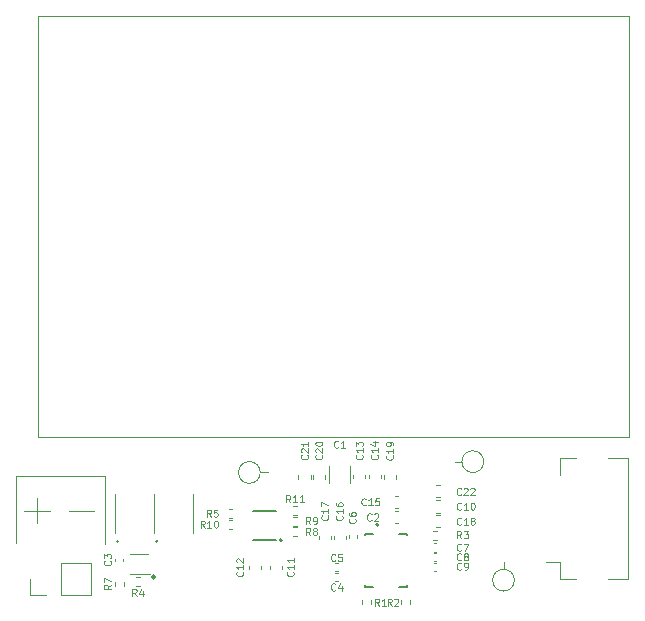
<source format=gbr>
%TF.GenerationSoftware,KiCad,Pcbnew,(5.99.0-12889-g70df3822b5)*%
%TF.CreationDate,2021-11-12T23:00:53+08:00*%
%TF.ProjectId,WirelessPower,57697265-6c65-4737-9350-6f7765722e6b,rev?*%
%TF.SameCoordinates,Original*%
%TF.FileFunction,Legend,Top*%
%TF.FilePolarity,Positive*%
%FSLAX46Y46*%
G04 Gerber Fmt 4.6, Leading zero omitted, Abs format (unit mm)*
G04 Created by KiCad (PCBNEW (5.99.0-12889-g70df3822b5)) date 2021-11-12 23:00:53*
%MOMM*%
%LPD*%
G01*
G04 APERTURE LIST*
%ADD10C,0.120000*%
%ADD11C,0.150000*%
%ADD12C,0.100000*%
%ADD13C,0.127000*%
%ADD14C,0.200000*%
G04 APERTURE END LIST*
D10*
X184610000Y-73390000D02*
X184610000Y-109080000D01*
X134610000Y-109080000D02*
X184610000Y-109080000D01*
X132740000Y-112320000D02*
X140240000Y-112320000D01*
X140240000Y-112320000D02*
X140240000Y-118110000D01*
X134510000Y-116370000D02*
X134510000Y-114210000D01*
X137210000Y-115290000D02*
X139370000Y-115290000D01*
X133440000Y-115290000D02*
X135600000Y-115290000D01*
X134610000Y-73390000D02*
X184610000Y-73390000D01*
X134610000Y-73390000D02*
X134610000Y-109080000D01*
X132740000Y-112320000D02*
X132740000Y-118020000D01*
D11*
X144555529Y-120920000D02*
G75*
G03*
X144555529Y-120920000I-165529J0D01*
G01*
D12*
%TO.C,C3*%
X140734285Y-119540000D02*
X140762857Y-119568571D01*
X140791428Y-119654285D01*
X140791428Y-119711428D01*
X140762857Y-119797142D01*
X140705714Y-119854285D01*
X140648571Y-119882857D01*
X140534285Y-119911428D01*
X140448571Y-119911428D01*
X140334285Y-119882857D01*
X140277142Y-119854285D01*
X140220000Y-119797142D01*
X140191428Y-119711428D01*
X140191428Y-119654285D01*
X140220000Y-119568571D01*
X140248571Y-119540000D01*
X140191428Y-119340000D02*
X140191428Y-118968571D01*
X140420000Y-119168571D01*
X140420000Y-119082857D01*
X140448571Y-119025714D01*
X140477142Y-118997142D01*
X140534285Y-118968571D01*
X140677142Y-118968571D01*
X140734285Y-118997142D01*
X140762857Y-119025714D01*
X140791428Y-119082857D01*
X140791428Y-119254285D01*
X140762857Y-119311428D01*
X140734285Y-119340000D01*
%TO.C,R4*%
X142940000Y-122511428D02*
X142740000Y-122225714D01*
X142597142Y-122511428D02*
X142597142Y-121911428D01*
X142825714Y-121911428D01*
X142882857Y-121940000D01*
X142911428Y-121968571D01*
X142940000Y-122025714D01*
X142940000Y-122111428D01*
X142911428Y-122168571D01*
X142882857Y-122197142D01*
X142825714Y-122225714D01*
X142597142Y-122225714D01*
X143454285Y-122111428D02*
X143454285Y-122511428D01*
X143311428Y-121882857D02*
X143168571Y-122311428D01*
X143540000Y-122311428D01*
%TO.C,R7*%
X140791428Y-121570000D02*
X140505714Y-121770000D01*
X140791428Y-121912857D02*
X140191428Y-121912857D01*
X140191428Y-121684285D01*
X140220000Y-121627142D01*
X140248571Y-121598571D01*
X140305714Y-121570000D01*
X140391428Y-121570000D01*
X140448571Y-121598571D01*
X140477142Y-121627142D01*
X140505714Y-121684285D01*
X140505714Y-121912857D01*
X140191428Y-121370000D02*
X140191428Y-120970000D01*
X140791428Y-121227142D01*
%TO.C,C1*%
X160020000Y-109904285D02*
X159991428Y-109932857D01*
X159905714Y-109961428D01*
X159848571Y-109961428D01*
X159762857Y-109932857D01*
X159705714Y-109875714D01*
X159677142Y-109818571D01*
X159648571Y-109704285D01*
X159648571Y-109618571D01*
X159677142Y-109504285D01*
X159705714Y-109447142D01*
X159762857Y-109390000D01*
X159848571Y-109361428D01*
X159905714Y-109361428D01*
X159991428Y-109390000D01*
X160020000Y-109418571D01*
X160591428Y-109961428D02*
X160248571Y-109961428D01*
X160420000Y-109961428D02*
X160420000Y-109361428D01*
X160362857Y-109447142D01*
X160305714Y-109504285D01*
X160248571Y-109532857D01*
%TO.C,C2*%
X162835000Y-116074285D02*
X162806428Y-116102857D01*
X162720714Y-116131428D01*
X162663571Y-116131428D01*
X162577857Y-116102857D01*
X162520714Y-116045714D01*
X162492142Y-115988571D01*
X162463571Y-115874285D01*
X162463571Y-115788571D01*
X162492142Y-115674285D01*
X162520714Y-115617142D01*
X162577857Y-115560000D01*
X162663571Y-115531428D01*
X162720714Y-115531428D01*
X162806428Y-115560000D01*
X162835000Y-115588571D01*
X163063571Y-115588571D02*
X163092142Y-115560000D01*
X163149285Y-115531428D01*
X163292142Y-115531428D01*
X163349285Y-115560000D01*
X163377857Y-115588571D01*
X163406428Y-115645714D01*
X163406428Y-115702857D01*
X163377857Y-115788571D01*
X163035000Y-116131428D01*
X163406428Y-116131428D01*
%TO.C,C4*%
X159780000Y-121994285D02*
X159751428Y-122022857D01*
X159665714Y-122051428D01*
X159608571Y-122051428D01*
X159522857Y-122022857D01*
X159465714Y-121965714D01*
X159437142Y-121908571D01*
X159408571Y-121794285D01*
X159408571Y-121708571D01*
X159437142Y-121594285D01*
X159465714Y-121537142D01*
X159522857Y-121480000D01*
X159608571Y-121451428D01*
X159665714Y-121451428D01*
X159751428Y-121480000D01*
X159780000Y-121508571D01*
X160294285Y-121651428D02*
X160294285Y-122051428D01*
X160151428Y-121422857D02*
X160008571Y-121851428D01*
X160380000Y-121851428D01*
%TO.C,C5*%
X159780000Y-119504285D02*
X159751428Y-119532857D01*
X159665714Y-119561428D01*
X159608571Y-119561428D01*
X159522857Y-119532857D01*
X159465714Y-119475714D01*
X159437142Y-119418571D01*
X159408571Y-119304285D01*
X159408571Y-119218571D01*
X159437142Y-119104285D01*
X159465714Y-119047142D01*
X159522857Y-118990000D01*
X159608571Y-118961428D01*
X159665714Y-118961428D01*
X159751428Y-118990000D01*
X159780000Y-119018571D01*
X160322857Y-118961428D02*
X160037142Y-118961428D01*
X160008571Y-119247142D01*
X160037142Y-119218571D01*
X160094285Y-119190000D01*
X160237142Y-119190000D01*
X160294285Y-119218571D01*
X160322857Y-119247142D01*
X160351428Y-119304285D01*
X160351428Y-119447142D01*
X160322857Y-119504285D01*
X160294285Y-119532857D01*
X160237142Y-119561428D01*
X160094285Y-119561428D01*
X160037142Y-119532857D01*
X160008571Y-119504285D01*
%TO.C,C6*%
X161449285Y-115965000D02*
X161477857Y-115993571D01*
X161506428Y-116079285D01*
X161506428Y-116136428D01*
X161477857Y-116222142D01*
X161420714Y-116279285D01*
X161363571Y-116307857D01*
X161249285Y-116336428D01*
X161163571Y-116336428D01*
X161049285Y-116307857D01*
X160992142Y-116279285D01*
X160935000Y-116222142D01*
X160906428Y-116136428D01*
X160906428Y-116079285D01*
X160935000Y-115993571D01*
X160963571Y-115965000D01*
X160906428Y-115450714D02*
X160906428Y-115565000D01*
X160935000Y-115622142D01*
X160963571Y-115650714D01*
X161049285Y-115707857D01*
X161163571Y-115736428D01*
X161392142Y-115736428D01*
X161449285Y-115707857D01*
X161477857Y-115679285D01*
X161506428Y-115622142D01*
X161506428Y-115507857D01*
X161477857Y-115450714D01*
X161449285Y-115422142D01*
X161392142Y-115393571D01*
X161249285Y-115393571D01*
X161192142Y-115422142D01*
X161163571Y-115450714D01*
X161135000Y-115507857D01*
X161135000Y-115622142D01*
X161163571Y-115679285D01*
X161192142Y-115707857D01*
X161249285Y-115736428D01*
%TO.C,C7*%
X170424286Y-118624285D02*
X170395714Y-118652857D01*
X170310000Y-118681428D01*
X170252857Y-118681428D01*
X170167143Y-118652857D01*
X170110000Y-118595714D01*
X170081428Y-118538571D01*
X170052857Y-118424285D01*
X170052857Y-118338571D01*
X170081428Y-118224285D01*
X170110000Y-118167142D01*
X170167143Y-118110000D01*
X170252857Y-118081428D01*
X170310000Y-118081428D01*
X170395714Y-118110000D01*
X170424286Y-118138571D01*
X170624286Y-118081428D02*
X171024286Y-118081428D01*
X170767143Y-118681428D01*
%TO.C,C8*%
X170424286Y-119434285D02*
X170395714Y-119462857D01*
X170310000Y-119491428D01*
X170252857Y-119491428D01*
X170167143Y-119462857D01*
X170110000Y-119405714D01*
X170081428Y-119348571D01*
X170052857Y-119234285D01*
X170052857Y-119148571D01*
X170081428Y-119034285D01*
X170110000Y-118977142D01*
X170167143Y-118920000D01*
X170252857Y-118891428D01*
X170310000Y-118891428D01*
X170395714Y-118920000D01*
X170424286Y-118948571D01*
X170767143Y-119148571D02*
X170710000Y-119120000D01*
X170681428Y-119091428D01*
X170652857Y-119034285D01*
X170652857Y-119005714D01*
X170681428Y-118948571D01*
X170710000Y-118920000D01*
X170767143Y-118891428D01*
X170881428Y-118891428D01*
X170938571Y-118920000D01*
X170967143Y-118948571D01*
X170995714Y-119005714D01*
X170995714Y-119034285D01*
X170967143Y-119091428D01*
X170938571Y-119120000D01*
X170881428Y-119148571D01*
X170767143Y-119148571D01*
X170710000Y-119177142D01*
X170681428Y-119205714D01*
X170652857Y-119262857D01*
X170652857Y-119377142D01*
X170681428Y-119434285D01*
X170710000Y-119462857D01*
X170767143Y-119491428D01*
X170881428Y-119491428D01*
X170938571Y-119462857D01*
X170967143Y-119434285D01*
X170995714Y-119377142D01*
X170995714Y-119262857D01*
X170967143Y-119205714D01*
X170938571Y-119177142D01*
X170881428Y-119148571D01*
%TO.C,C9*%
X170424286Y-120244285D02*
X170395714Y-120272857D01*
X170310000Y-120301428D01*
X170252857Y-120301428D01*
X170167143Y-120272857D01*
X170110000Y-120215714D01*
X170081428Y-120158571D01*
X170052857Y-120044285D01*
X170052857Y-119958571D01*
X170081428Y-119844285D01*
X170110000Y-119787142D01*
X170167143Y-119730000D01*
X170252857Y-119701428D01*
X170310000Y-119701428D01*
X170395714Y-119730000D01*
X170424286Y-119758571D01*
X170710000Y-120301428D02*
X170824286Y-120301428D01*
X170881428Y-120272857D01*
X170910000Y-120244285D01*
X170967143Y-120158571D01*
X170995714Y-120044285D01*
X170995714Y-119815714D01*
X170967143Y-119758571D01*
X170938571Y-119730000D01*
X170881428Y-119701428D01*
X170767143Y-119701428D01*
X170710000Y-119730000D01*
X170681428Y-119758571D01*
X170652857Y-119815714D01*
X170652857Y-119958571D01*
X170681428Y-120015714D01*
X170710000Y-120044285D01*
X170767143Y-120072857D01*
X170881428Y-120072857D01*
X170938571Y-120044285D01*
X170967143Y-120015714D01*
X170995714Y-119958571D01*
%TO.C,C10*%
X170424285Y-115164285D02*
X170395714Y-115192857D01*
X170310000Y-115221428D01*
X170252857Y-115221428D01*
X170167142Y-115192857D01*
X170110000Y-115135714D01*
X170081428Y-115078571D01*
X170052857Y-114964285D01*
X170052857Y-114878571D01*
X170081428Y-114764285D01*
X170110000Y-114707142D01*
X170167142Y-114650000D01*
X170252857Y-114621428D01*
X170310000Y-114621428D01*
X170395714Y-114650000D01*
X170424285Y-114678571D01*
X170995714Y-115221428D02*
X170652857Y-115221428D01*
X170824285Y-115221428D02*
X170824285Y-114621428D01*
X170767142Y-114707142D01*
X170710000Y-114764285D01*
X170652857Y-114792857D01*
X171367142Y-114621428D02*
X171424285Y-114621428D01*
X171481428Y-114650000D01*
X171510000Y-114678571D01*
X171538571Y-114735714D01*
X171567142Y-114850000D01*
X171567142Y-114992857D01*
X171538571Y-115107142D01*
X171510000Y-115164285D01*
X171481428Y-115192857D01*
X171424285Y-115221428D01*
X171367142Y-115221428D01*
X171310000Y-115192857D01*
X171281428Y-115164285D01*
X171252857Y-115107142D01*
X171224285Y-114992857D01*
X171224285Y-114850000D01*
X171252857Y-114735714D01*
X171281428Y-114678571D01*
X171310000Y-114650000D01*
X171367142Y-114621428D01*
%TO.C,C11*%
X156194285Y-120445714D02*
X156222857Y-120474285D01*
X156251428Y-120560000D01*
X156251428Y-120617142D01*
X156222857Y-120702857D01*
X156165714Y-120760000D01*
X156108571Y-120788571D01*
X155994285Y-120817142D01*
X155908571Y-120817142D01*
X155794285Y-120788571D01*
X155737142Y-120760000D01*
X155680000Y-120702857D01*
X155651428Y-120617142D01*
X155651428Y-120560000D01*
X155680000Y-120474285D01*
X155708571Y-120445714D01*
X156251428Y-119874285D02*
X156251428Y-120217142D01*
X156251428Y-120045714D02*
X155651428Y-120045714D01*
X155737142Y-120102857D01*
X155794285Y-120160000D01*
X155822857Y-120217142D01*
X156251428Y-119302857D02*
X156251428Y-119645714D01*
X156251428Y-119474285D02*
X155651428Y-119474285D01*
X155737142Y-119531428D01*
X155794285Y-119588571D01*
X155822857Y-119645714D01*
%TO.C,C12*%
X151934285Y-120465714D02*
X151962857Y-120494285D01*
X151991428Y-120580000D01*
X151991428Y-120637142D01*
X151962857Y-120722857D01*
X151905714Y-120780000D01*
X151848571Y-120808571D01*
X151734285Y-120837142D01*
X151648571Y-120837142D01*
X151534285Y-120808571D01*
X151477142Y-120780000D01*
X151420000Y-120722857D01*
X151391428Y-120637142D01*
X151391428Y-120580000D01*
X151420000Y-120494285D01*
X151448571Y-120465714D01*
X151991428Y-119894285D02*
X151991428Y-120237142D01*
X151991428Y-120065714D02*
X151391428Y-120065714D01*
X151477142Y-120122857D01*
X151534285Y-120180000D01*
X151562857Y-120237142D01*
X151448571Y-119665714D02*
X151420000Y-119637142D01*
X151391428Y-119580000D01*
X151391428Y-119437142D01*
X151420000Y-119380000D01*
X151448571Y-119351428D01*
X151505714Y-119322857D01*
X151562857Y-119322857D01*
X151648571Y-119351428D01*
X151991428Y-119694285D01*
X151991428Y-119322857D01*
%TO.C,R1*%
X163470000Y-123331428D02*
X163270000Y-123045714D01*
X163127142Y-123331428D02*
X163127142Y-122731428D01*
X163355714Y-122731428D01*
X163412857Y-122760000D01*
X163441428Y-122788571D01*
X163470000Y-122845714D01*
X163470000Y-122931428D01*
X163441428Y-122988571D01*
X163412857Y-123017142D01*
X163355714Y-123045714D01*
X163127142Y-123045714D01*
X164041428Y-123331428D02*
X163698571Y-123331428D01*
X163870000Y-123331428D02*
X163870000Y-122731428D01*
X163812857Y-122817142D01*
X163755714Y-122874285D01*
X163698571Y-122902857D01*
%TO.C,R2*%
X164540000Y-123331428D02*
X164340000Y-123045714D01*
X164197142Y-123331428D02*
X164197142Y-122731428D01*
X164425714Y-122731428D01*
X164482857Y-122760000D01*
X164511428Y-122788571D01*
X164540000Y-122845714D01*
X164540000Y-122931428D01*
X164511428Y-122988571D01*
X164482857Y-123017142D01*
X164425714Y-123045714D01*
X164197142Y-123045714D01*
X164768571Y-122788571D02*
X164797142Y-122760000D01*
X164854285Y-122731428D01*
X164997142Y-122731428D01*
X165054285Y-122760000D01*
X165082857Y-122788571D01*
X165111428Y-122845714D01*
X165111428Y-122902857D01*
X165082857Y-122988571D01*
X164740000Y-123331428D01*
X165111428Y-123331428D01*
%TO.C,R3*%
X170424286Y-117621428D02*
X170224286Y-117335714D01*
X170081428Y-117621428D02*
X170081428Y-117021428D01*
X170310000Y-117021428D01*
X170367143Y-117050000D01*
X170395714Y-117078571D01*
X170424286Y-117135714D01*
X170424286Y-117221428D01*
X170395714Y-117278571D01*
X170367143Y-117307142D01*
X170310000Y-117335714D01*
X170081428Y-117335714D01*
X170624286Y-117021428D02*
X170995714Y-117021428D01*
X170795714Y-117250000D01*
X170881428Y-117250000D01*
X170938571Y-117278571D01*
X170967143Y-117307142D01*
X170995714Y-117364285D01*
X170995714Y-117507142D01*
X170967143Y-117564285D01*
X170938571Y-117592857D01*
X170881428Y-117621428D01*
X170710000Y-117621428D01*
X170652857Y-117592857D01*
X170624286Y-117564285D01*
%TO.C,R5*%
X149240000Y-115811428D02*
X149040000Y-115525714D01*
X148897142Y-115811428D02*
X148897142Y-115211428D01*
X149125714Y-115211428D01*
X149182857Y-115240000D01*
X149211428Y-115268571D01*
X149240000Y-115325714D01*
X149240000Y-115411428D01*
X149211428Y-115468571D01*
X149182857Y-115497142D01*
X149125714Y-115525714D01*
X148897142Y-115525714D01*
X149782857Y-115211428D02*
X149497142Y-115211428D01*
X149468571Y-115497142D01*
X149497142Y-115468571D01*
X149554285Y-115440000D01*
X149697142Y-115440000D01*
X149754285Y-115468571D01*
X149782857Y-115497142D01*
X149811428Y-115554285D01*
X149811428Y-115697142D01*
X149782857Y-115754285D01*
X149754285Y-115782857D01*
X149697142Y-115811428D01*
X149554285Y-115811428D01*
X149497142Y-115782857D01*
X149468571Y-115754285D01*
%TO.C,R8*%
X157650000Y-117361428D02*
X157450000Y-117075714D01*
X157307142Y-117361428D02*
X157307142Y-116761428D01*
X157535714Y-116761428D01*
X157592857Y-116790000D01*
X157621428Y-116818571D01*
X157650000Y-116875714D01*
X157650000Y-116961428D01*
X157621428Y-117018571D01*
X157592857Y-117047142D01*
X157535714Y-117075714D01*
X157307142Y-117075714D01*
X157992857Y-117018571D02*
X157935714Y-116990000D01*
X157907142Y-116961428D01*
X157878571Y-116904285D01*
X157878571Y-116875714D01*
X157907142Y-116818571D01*
X157935714Y-116790000D01*
X157992857Y-116761428D01*
X158107142Y-116761428D01*
X158164285Y-116790000D01*
X158192857Y-116818571D01*
X158221428Y-116875714D01*
X158221428Y-116904285D01*
X158192857Y-116961428D01*
X158164285Y-116990000D01*
X158107142Y-117018571D01*
X157992857Y-117018571D01*
X157935714Y-117047142D01*
X157907142Y-117075714D01*
X157878571Y-117132857D01*
X157878571Y-117247142D01*
X157907142Y-117304285D01*
X157935714Y-117332857D01*
X157992857Y-117361428D01*
X158107142Y-117361428D01*
X158164285Y-117332857D01*
X158192857Y-117304285D01*
X158221428Y-117247142D01*
X158221428Y-117132857D01*
X158192857Y-117075714D01*
X158164285Y-117047142D01*
X158107142Y-117018571D01*
%TO.C,R9*%
X157650000Y-116436428D02*
X157450000Y-116150714D01*
X157307142Y-116436428D02*
X157307142Y-115836428D01*
X157535714Y-115836428D01*
X157592857Y-115865000D01*
X157621428Y-115893571D01*
X157650000Y-115950714D01*
X157650000Y-116036428D01*
X157621428Y-116093571D01*
X157592857Y-116122142D01*
X157535714Y-116150714D01*
X157307142Y-116150714D01*
X157935714Y-116436428D02*
X158050000Y-116436428D01*
X158107142Y-116407857D01*
X158135714Y-116379285D01*
X158192857Y-116293571D01*
X158221428Y-116179285D01*
X158221428Y-115950714D01*
X158192857Y-115893571D01*
X158164285Y-115865000D01*
X158107142Y-115836428D01*
X157992857Y-115836428D01*
X157935714Y-115865000D01*
X157907142Y-115893571D01*
X157878571Y-115950714D01*
X157878571Y-116093571D01*
X157907142Y-116150714D01*
X157935714Y-116179285D01*
X157992857Y-116207857D01*
X158107142Y-116207857D01*
X158164285Y-116179285D01*
X158192857Y-116150714D01*
X158221428Y-116093571D01*
%TO.C,R10*%
X148704285Y-116731428D02*
X148504285Y-116445714D01*
X148361428Y-116731428D02*
X148361428Y-116131428D01*
X148590000Y-116131428D01*
X148647142Y-116160000D01*
X148675714Y-116188571D01*
X148704285Y-116245714D01*
X148704285Y-116331428D01*
X148675714Y-116388571D01*
X148647142Y-116417142D01*
X148590000Y-116445714D01*
X148361428Y-116445714D01*
X149275714Y-116731428D02*
X148932857Y-116731428D01*
X149104285Y-116731428D02*
X149104285Y-116131428D01*
X149047142Y-116217142D01*
X148990000Y-116274285D01*
X148932857Y-116302857D01*
X149647142Y-116131428D02*
X149704285Y-116131428D01*
X149761428Y-116160000D01*
X149790000Y-116188571D01*
X149818571Y-116245714D01*
X149847142Y-116360000D01*
X149847142Y-116502857D01*
X149818571Y-116617142D01*
X149790000Y-116674285D01*
X149761428Y-116702857D01*
X149704285Y-116731428D01*
X149647142Y-116731428D01*
X149590000Y-116702857D01*
X149561428Y-116674285D01*
X149532857Y-116617142D01*
X149504285Y-116502857D01*
X149504285Y-116360000D01*
X149532857Y-116245714D01*
X149561428Y-116188571D01*
X149590000Y-116160000D01*
X149647142Y-116131428D01*
%TO.C,R11*%
X155964285Y-114586428D02*
X155764285Y-114300714D01*
X155621428Y-114586428D02*
X155621428Y-113986428D01*
X155850000Y-113986428D01*
X155907142Y-114015000D01*
X155935714Y-114043571D01*
X155964285Y-114100714D01*
X155964285Y-114186428D01*
X155935714Y-114243571D01*
X155907142Y-114272142D01*
X155850000Y-114300714D01*
X155621428Y-114300714D01*
X156535714Y-114586428D02*
X156192857Y-114586428D01*
X156364285Y-114586428D02*
X156364285Y-113986428D01*
X156307142Y-114072142D01*
X156250000Y-114129285D01*
X156192857Y-114157857D01*
X157107142Y-114586428D02*
X156764285Y-114586428D01*
X156935714Y-114586428D02*
X156935714Y-113986428D01*
X156878571Y-114072142D01*
X156821428Y-114129285D01*
X156764285Y-114157857D01*
%TO.C,C13*%
X162034285Y-110585714D02*
X162062857Y-110614285D01*
X162091428Y-110700000D01*
X162091428Y-110757142D01*
X162062857Y-110842857D01*
X162005714Y-110900000D01*
X161948571Y-110928571D01*
X161834285Y-110957142D01*
X161748571Y-110957142D01*
X161634285Y-110928571D01*
X161577142Y-110900000D01*
X161520000Y-110842857D01*
X161491428Y-110757142D01*
X161491428Y-110700000D01*
X161520000Y-110614285D01*
X161548571Y-110585714D01*
X162091428Y-110014285D02*
X162091428Y-110357142D01*
X162091428Y-110185714D02*
X161491428Y-110185714D01*
X161577142Y-110242857D01*
X161634285Y-110300000D01*
X161662857Y-110357142D01*
X161491428Y-109814285D02*
X161491428Y-109442857D01*
X161720000Y-109642857D01*
X161720000Y-109557142D01*
X161748571Y-109500000D01*
X161777142Y-109471428D01*
X161834285Y-109442857D01*
X161977142Y-109442857D01*
X162034285Y-109471428D01*
X162062857Y-109500000D01*
X162091428Y-109557142D01*
X162091428Y-109728571D01*
X162062857Y-109785714D01*
X162034285Y-109814285D01*
%TO.C,C15*%
X162349285Y-114779285D02*
X162320714Y-114807857D01*
X162235000Y-114836428D01*
X162177857Y-114836428D01*
X162092142Y-114807857D01*
X162035000Y-114750714D01*
X162006428Y-114693571D01*
X161977857Y-114579285D01*
X161977857Y-114493571D01*
X162006428Y-114379285D01*
X162035000Y-114322142D01*
X162092142Y-114265000D01*
X162177857Y-114236428D01*
X162235000Y-114236428D01*
X162320714Y-114265000D01*
X162349285Y-114293571D01*
X162920714Y-114836428D02*
X162577857Y-114836428D01*
X162749285Y-114836428D02*
X162749285Y-114236428D01*
X162692142Y-114322142D01*
X162635000Y-114379285D01*
X162577857Y-114407857D01*
X163463571Y-114236428D02*
X163177857Y-114236428D01*
X163149285Y-114522142D01*
X163177857Y-114493571D01*
X163235000Y-114465000D01*
X163377857Y-114465000D01*
X163435000Y-114493571D01*
X163463571Y-114522142D01*
X163492142Y-114579285D01*
X163492142Y-114722142D01*
X163463571Y-114779285D01*
X163435000Y-114807857D01*
X163377857Y-114836428D01*
X163235000Y-114836428D01*
X163177857Y-114807857D01*
X163149285Y-114779285D01*
%TO.C,C16*%
X160349285Y-115720714D02*
X160377857Y-115749285D01*
X160406428Y-115835000D01*
X160406428Y-115892142D01*
X160377857Y-115977857D01*
X160320714Y-116035000D01*
X160263571Y-116063571D01*
X160149285Y-116092142D01*
X160063571Y-116092142D01*
X159949285Y-116063571D01*
X159892142Y-116035000D01*
X159835000Y-115977857D01*
X159806428Y-115892142D01*
X159806428Y-115835000D01*
X159835000Y-115749285D01*
X159863571Y-115720714D01*
X160406428Y-115149285D02*
X160406428Y-115492142D01*
X160406428Y-115320714D02*
X159806428Y-115320714D01*
X159892142Y-115377857D01*
X159949285Y-115435000D01*
X159977857Y-115492142D01*
X159806428Y-114635000D02*
X159806428Y-114749285D01*
X159835000Y-114806428D01*
X159863571Y-114835000D01*
X159949285Y-114892142D01*
X160063571Y-114920714D01*
X160292142Y-114920714D01*
X160349285Y-114892142D01*
X160377857Y-114863571D01*
X160406428Y-114806428D01*
X160406428Y-114692142D01*
X160377857Y-114635000D01*
X160349285Y-114606428D01*
X160292142Y-114577857D01*
X160149285Y-114577857D01*
X160092142Y-114606428D01*
X160063571Y-114635000D01*
X160035000Y-114692142D01*
X160035000Y-114806428D01*
X160063571Y-114863571D01*
X160092142Y-114892142D01*
X160149285Y-114920714D01*
%TO.C,C17*%
X159124285Y-115700714D02*
X159152857Y-115729285D01*
X159181428Y-115815000D01*
X159181428Y-115872142D01*
X159152857Y-115957857D01*
X159095714Y-116015000D01*
X159038571Y-116043571D01*
X158924285Y-116072142D01*
X158838571Y-116072142D01*
X158724285Y-116043571D01*
X158667142Y-116015000D01*
X158610000Y-115957857D01*
X158581428Y-115872142D01*
X158581428Y-115815000D01*
X158610000Y-115729285D01*
X158638571Y-115700714D01*
X159181428Y-115129285D02*
X159181428Y-115472142D01*
X159181428Y-115300714D02*
X158581428Y-115300714D01*
X158667142Y-115357857D01*
X158724285Y-115415000D01*
X158752857Y-115472142D01*
X158581428Y-114929285D02*
X158581428Y-114529285D01*
X159181428Y-114786428D01*
%TO.C,C18*%
X170424285Y-116424285D02*
X170395714Y-116452857D01*
X170310000Y-116481428D01*
X170252857Y-116481428D01*
X170167142Y-116452857D01*
X170110000Y-116395714D01*
X170081428Y-116338571D01*
X170052857Y-116224285D01*
X170052857Y-116138571D01*
X170081428Y-116024285D01*
X170110000Y-115967142D01*
X170167142Y-115910000D01*
X170252857Y-115881428D01*
X170310000Y-115881428D01*
X170395714Y-115910000D01*
X170424285Y-115938571D01*
X170995714Y-116481428D02*
X170652857Y-116481428D01*
X170824285Y-116481428D02*
X170824285Y-115881428D01*
X170767142Y-115967142D01*
X170710000Y-116024285D01*
X170652857Y-116052857D01*
X171338571Y-116138571D02*
X171281428Y-116110000D01*
X171252857Y-116081428D01*
X171224285Y-116024285D01*
X171224285Y-115995714D01*
X171252857Y-115938571D01*
X171281428Y-115910000D01*
X171338571Y-115881428D01*
X171452857Y-115881428D01*
X171510000Y-115910000D01*
X171538571Y-115938571D01*
X171567142Y-115995714D01*
X171567142Y-116024285D01*
X171538571Y-116081428D01*
X171510000Y-116110000D01*
X171452857Y-116138571D01*
X171338571Y-116138571D01*
X171281428Y-116167142D01*
X171252857Y-116195714D01*
X171224285Y-116252857D01*
X171224285Y-116367142D01*
X171252857Y-116424285D01*
X171281428Y-116452857D01*
X171338571Y-116481428D01*
X171452857Y-116481428D01*
X171510000Y-116452857D01*
X171538571Y-116424285D01*
X171567142Y-116367142D01*
X171567142Y-116252857D01*
X171538571Y-116195714D01*
X171510000Y-116167142D01*
X171452857Y-116138571D01*
%TO.C,C14*%
X163314285Y-110585714D02*
X163342857Y-110614285D01*
X163371428Y-110700000D01*
X163371428Y-110757142D01*
X163342857Y-110842857D01*
X163285714Y-110900000D01*
X163228571Y-110928571D01*
X163114285Y-110957142D01*
X163028571Y-110957142D01*
X162914285Y-110928571D01*
X162857142Y-110900000D01*
X162800000Y-110842857D01*
X162771428Y-110757142D01*
X162771428Y-110700000D01*
X162800000Y-110614285D01*
X162828571Y-110585714D01*
X163371428Y-110014285D02*
X163371428Y-110357142D01*
X163371428Y-110185714D02*
X162771428Y-110185714D01*
X162857142Y-110242857D01*
X162914285Y-110300000D01*
X162942857Y-110357142D01*
X162971428Y-109500000D02*
X163371428Y-109500000D01*
X162742857Y-109642857D02*
X163171428Y-109785714D01*
X163171428Y-109414285D01*
%TO.C,C19*%
X164614285Y-110615714D02*
X164642857Y-110644285D01*
X164671428Y-110730000D01*
X164671428Y-110787142D01*
X164642857Y-110872857D01*
X164585714Y-110930000D01*
X164528571Y-110958571D01*
X164414285Y-110987142D01*
X164328571Y-110987142D01*
X164214285Y-110958571D01*
X164157142Y-110930000D01*
X164100000Y-110872857D01*
X164071428Y-110787142D01*
X164071428Y-110730000D01*
X164100000Y-110644285D01*
X164128571Y-110615714D01*
X164671428Y-110044285D02*
X164671428Y-110387142D01*
X164671428Y-110215714D02*
X164071428Y-110215714D01*
X164157142Y-110272857D01*
X164214285Y-110330000D01*
X164242857Y-110387142D01*
X164671428Y-109758571D02*
X164671428Y-109644285D01*
X164642857Y-109587142D01*
X164614285Y-109558571D01*
X164528571Y-109501428D01*
X164414285Y-109472857D01*
X164185714Y-109472857D01*
X164128571Y-109501428D01*
X164100000Y-109530000D01*
X164071428Y-109587142D01*
X164071428Y-109701428D01*
X164100000Y-109758571D01*
X164128571Y-109787142D01*
X164185714Y-109815714D01*
X164328571Y-109815714D01*
X164385714Y-109787142D01*
X164414285Y-109758571D01*
X164442857Y-109701428D01*
X164442857Y-109587142D01*
X164414285Y-109530000D01*
X164385714Y-109501428D01*
X164328571Y-109472857D01*
%TO.C,C20*%
X158621785Y-110585714D02*
X158650357Y-110614285D01*
X158678928Y-110700000D01*
X158678928Y-110757142D01*
X158650357Y-110842857D01*
X158593214Y-110900000D01*
X158536071Y-110928571D01*
X158421785Y-110957142D01*
X158336071Y-110957142D01*
X158221785Y-110928571D01*
X158164642Y-110900000D01*
X158107500Y-110842857D01*
X158078928Y-110757142D01*
X158078928Y-110700000D01*
X158107500Y-110614285D01*
X158136071Y-110585714D01*
X158136071Y-110357142D02*
X158107500Y-110328571D01*
X158078928Y-110271428D01*
X158078928Y-110128571D01*
X158107500Y-110071428D01*
X158136071Y-110042857D01*
X158193214Y-110014285D01*
X158250357Y-110014285D01*
X158336071Y-110042857D01*
X158678928Y-110385714D01*
X158678928Y-110014285D01*
X158078928Y-109642857D02*
X158078928Y-109585714D01*
X158107500Y-109528571D01*
X158136071Y-109500000D01*
X158193214Y-109471428D01*
X158307500Y-109442857D01*
X158450357Y-109442857D01*
X158564642Y-109471428D01*
X158621785Y-109500000D01*
X158650357Y-109528571D01*
X158678928Y-109585714D01*
X158678928Y-109642857D01*
X158650357Y-109700000D01*
X158621785Y-109728571D01*
X158564642Y-109757142D01*
X158450357Y-109785714D01*
X158307500Y-109785714D01*
X158193214Y-109757142D01*
X158136071Y-109728571D01*
X158107500Y-109700000D01*
X158078928Y-109642857D01*
%TO.C,C21*%
X157394285Y-110585714D02*
X157422857Y-110614285D01*
X157451428Y-110700000D01*
X157451428Y-110757142D01*
X157422857Y-110842857D01*
X157365714Y-110900000D01*
X157308571Y-110928571D01*
X157194285Y-110957142D01*
X157108571Y-110957142D01*
X156994285Y-110928571D01*
X156937142Y-110900000D01*
X156880000Y-110842857D01*
X156851428Y-110757142D01*
X156851428Y-110700000D01*
X156880000Y-110614285D01*
X156908571Y-110585714D01*
X156908571Y-110357142D02*
X156880000Y-110328571D01*
X156851428Y-110271428D01*
X156851428Y-110128571D01*
X156880000Y-110071428D01*
X156908571Y-110042857D01*
X156965714Y-110014285D01*
X157022857Y-110014285D01*
X157108571Y-110042857D01*
X157451428Y-110385714D01*
X157451428Y-110014285D01*
X157451428Y-109442857D02*
X157451428Y-109785714D01*
X157451428Y-109614285D02*
X156851428Y-109614285D01*
X156937142Y-109671428D01*
X156994285Y-109728571D01*
X157022857Y-109785714D01*
%TO.C,C22*%
X170414285Y-113919285D02*
X170385714Y-113947857D01*
X170300000Y-113976428D01*
X170242857Y-113976428D01*
X170157142Y-113947857D01*
X170100000Y-113890714D01*
X170071428Y-113833571D01*
X170042857Y-113719285D01*
X170042857Y-113633571D01*
X170071428Y-113519285D01*
X170100000Y-113462142D01*
X170157142Y-113405000D01*
X170242857Y-113376428D01*
X170300000Y-113376428D01*
X170385714Y-113405000D01*
X170414285Y-113433571D01*
X170642857Y-113433571D02*
X170671428Y-113405000D01*
X170728571Y-113376428D01*
X170871428Y-113376428D01*
X170928571Y-113405000D01*
X170957142Y-113433571D01*
X170985714Y-113490714D01*
X170985714Y-113547857D01*
X170957142Y-113633571D01*
X170614285Y-113976428D01*
X170985714Y-113976428D01*
X171214285Y-113433571D02*
X171242857Y-113405000D01*
X171300000Y-113376428D01*
X171442857Y-113376428D01*
X171500000Y-113405000D01*
X171528571Y-113433571D01*
X171557142Y-113490714D01*
X171557142Y-113547857D01*
X171528571Y-113633571D01*
X171185714Y-113976428D01*
X171557142Y-113976428D01*
%TO.C,C3*%
X141830000Y-119557836D02*
X141830000Y-119342164D01*
X141110000Y-119557836D02*
X141110000Y-119342164D01*
%TO.C,R4*%
X142896359Y-120890000D02*
X143203641Y-120890000D01*
X142896359Y-121650000D02*
X143203641Y-121650000D01*
%TO.C,R7*%
X141860000Y-121633641D02*
X141860000Y-121326359D01*
X141100000Y-121633641D02*
X141100000Y-121326359D01*
%TO.C,U1*%
X144054999Y-120660000D02*
X142354999Y-120660000D01*
X143904999Y-118960000D02*
X142354999Y-118960000D01*
%TO.C,U3*%
X147690000Y-117179999D02*
X147690000Y-113879999D01*
X144390000Y-117179999D02*
X144390000Y-113879999D01*
X144740000Y-117879999D02*
G75*
G03*
X144740000Y-117879999I-100000J0D01*
G01*
%TO.C,U4*%
X144380000Y-117180000D02*
X144380000Y-113880000D01*
X141080000Y-117180000D02*
X141080000Y-113880000D01*
X141430000Y-117880000D02*
G75*
G03*
X141430000Y-117880000I-100000J0D01*
G01*
D13*
%TO.C,U5*%
X154770000Y-115329999D02*
X152770000Y-115329999D01*
X154770000Y-117789999D02*
X152770000Y-117789999D01*
D14*
X155270000Y-117789999D02*
G75*
G03*
X155270000Y-117789999I-100000J0D01*
G01*
D12*
%TO.C,J5*%
X135250000Y-122420000D02*
X133920000Y-122420000D01*
X136520000Y-122420000D02*
X139120000Y-122420000D01*
X136520000Y-119760000D02*
X139120000Y-119760000D01*
X136520000Y-122420000D02*
X136520000Y-119760000D01*
X139120000Y-122420000D02*
X139120000Y-119760000D01*
X133920000Y-122420000D02*
X133920000Y-121090000D01*
%TO.C,C1*%
X159200000Y-111528748D02*
X159200000Y-112951252D01*
X161020000Y-111528748D02*
X161020000Y-112951252D01*
%TO.C,C2*%
X164794420Y-116370000D02*
X165075580Y-116370000D01*
X164794420Y-115350000D02*
X165075580Y-115350000D01*
%TO.C,C4*%
X159772164Y-120540000D02*
X159987836Y-120540000D01*
X159772164Y-121260000D02*
X159987836Y-121260000D01*
%TO.C,C5*%
X159772164Y-120440000D02*
X159987836Y-120440000D01*
X159772164Y-119720000D02*
X159987836Y-119720000D01*
%TO.C,C6*%
X161620000Y-117372164D02*
X161620000Y-117587836D01*
X160900000Y-117372164D02*
X160900000Y-117587836D01*
%TO.C,C7*%
X168092164Y-118770000D02*
X168307836Y-118770000D01*
X168092164Y-118050000D02*
X168307836Y-118050000D01*
%TO.C,C8*%
X168092164Y-119590000D02*
X168307836Y-119590000D01*
X168092164Y-118870000D02*
X168307836Y-118870000D01*
%TO.C,C9*%
X168092164Y-119690000D02*
X168307836Y-119690000D01*
X168092164Y-120410000D02*
X168307836Y-120410000D01*
%TO.C,C10*%
X168610580Y-114430000D02*
X168329420Y-114430000D01*
X168610580Y-115450000D02*
X168329420Y-115450000D01*
%TO.C,C11*%
X154260000Y-120220580D02*
X154260000Y-119939420D01*
X155280000Y-120220580D02*
X155280000Y-119939420D01*
%TO.C,C12*%
X153450000Y-119939420D02*
X153450000Y-120220580D01*
X152430000Y-119939420D02*
X152430000Y-120220580D01*
D10*
%TO.C,J6*%
X170490000Y-111140000D02*
X169870000Y-111140000D01*
X172330000Y-111140000D02*
G75*
G03*
X172330000Y-111140000I-920000J0D01*
G01*
D12*
%TO.C,R1*%
X162040000Y-123203640D02*
X162040000Y-122896358D01*
X162800000Y-123203640D02*
X162800000Y-122896358D01*
%TO.C,R2*%
X166100000Y-122896359D02*
X166100000Y-123203641D01*
X165340000Y-122896359D02*
X165340000Y-123203641D01*
%TO.C,R3*%
X168056359Y-116990000D02*
X168363641Y-116990000D01*
X168056359Y-117750000D02*
X168363641Y-117750000D01*
%TO.C,R5*%
X151033641Y-115920000D02*
X150726359Y-115920000D01*
X151033641Y-115160000D02*
X150726359Y-115160000D01*
%TO.C,R8*%
X156196359Y-117470000D02*
X156503641Y-117470000D01*
X156196359Y-116710000D02*
X156503641Y-116710000D01*
%TO.C,R9*%
X156196359Y-116550000D02*
X156503641Y-116550000D01*
X156196359Y-115790000D02*
X156503641Y-115790000D01*
%TO.C,R10*%
X151033641Y-116839999D02*
X150726359Y-116839999D01*
X151033641Y-116079999D02*
X150726359Y-116079999D01*
%TO.C,R11*%
X156196358Y-115630000D02*
X156503640Y-115630000D01*
X156196358Y-114870000D02*
X156503640Y-114870000D01*
%TO.C,TH1*%
X174010000Y-120260000D02*
X174010000Y-119640000D01*
X174930000Y-121180000D02*
G75*
G03*
X174930000Y-121180000I-920000J0D01*
G01*
%TO.C,TH2*%
X153410000Y-112060000D02*
X154030000Y-112060000D01*
X153410000Y-112060000D02*
G75*
G03*
X153410000Y-112060000I-920000J0D01*
G01*
D13*
%TO.C,U2*%
X165170000Y-121730000D02*
X165820000Y-121730000D01*
X162320000Y-117380000D02*
X162320000Y-117230000D01*
X162320000Y-121580000D02*
X162320000Y-121730000D01*
X165820000Y-117230000D02*
X165820000Y-117380000D01*
X165820000Y-121730000D02*
X165820000Y-121580000D01*
X165170000Y-117230000D02*
X165820000Y-117230000D01*
X162320000Y-117230000D02*
X162970000Y-117230000D01*
X162320000Y-121730000D02*
X162970000Y-121730000D01*
D14*
X163420000Y-116480000D02*
G75*
G03*
X163420000Y-116480000I-100000J0D01*
G01*
D12*
%TO.C,C13*%
X161300000Y-112279420D02*
X161300000Y-112560580D01*
X162320000Y-112279420D02*
X162320000Y-112560580D01*
%TO.C,C15*%
X164794420Y-114055000D02*
X165075580Y-114055000D01*
X164794420Y-115075000D02*
X165075580Y-115075000D01*
%TO.C,C16*%
X159625000Y-117399420D02*
X159625000Y-117680580D01*
X160645000Y-117399420D02*
X160645000Y-117680580D01*
%TO.C,C17*%
X158400000Y-117399420D02*
X158400000Y-117680580D01*
X159420000Y-117399420D02*
X159420000Y-117680580D01*
%TO.C,C18*%
X168610580Y-116710000D02*
X168329420Y-116710000D01*
X168610580Y-115690000D02*
X168329420Y-115690000D01*
%TO.C,J7*%
X184580000Y-110810000D02*
X182840000Y-110810000D01*
X178780000Y-121110000D02*
X180120000Y-121110000D01*
X178780000Y-110810000D02*
X180120000Y-110810000D01*
X182840000Y-121110000D02*
X184580000Y-121110000D01*
X178780000Y-112300000D02*
X178780000Y-110810000D01*
X178780000Y-119620000D02*
X177580000Y-119620000D01*
X178780000Y-119620000D02*
X178780000Y-121110000D01*
X184580000Y-121110000D02*
X184580000Y-110810000D01*
%TO.C,C14*%
X162600000Y-112269420D02*
X162600000Y-112550580D01*
X163620000Y-112269420D02*
X163620000Y-112550580D01*
%TO.C,C19*%
X164920000Y-112299420D02*
X164920000Y-112580580D01*
X163900000Y-112299420D02*
X163900000Y-112580580D01*
%TO.C,C20*%
X157900000Y-112289420D02*
X157900000Y-112570580D01*
X158920000Y-112289420D02*
X158920000Y-112570580D01*
%TO.C,C21*%
X157670000Y-112289420D02*
X157670000Y-112570580D01*
X156650000Y-112289420D02*
X156650000Y-112570580D01*
D10*
%TO.C,C22*%
X168610580Y-114175000D02*
X168329420Y-114175000D01*
X168610580Y-113155000D02*
X168329420Y-113155000D01*
%TD*%
M02*

</source>
